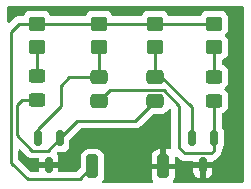
<source format=gbr>
%TF.GenerationSoftware,KiCad,Pcbnew,7.0.10*%
%TF.CreationDate,2024-01-10T15:24:57-03:00*%
%TF.ProjectId,osc,6f73632e-6b69-4636-9164-5f7063625858,rev?*%
%TF.SameCoordinates,Original*%
%TF.FileFunction,Copper,L1,Top*%
%TF.FilePolarity,Positive*%
%FSLAX46Y46*%
G04 Gerber Fmt 4.6, Leading zero omitted, Abs format (unit mm)*
G04 Created by KiCad (PCBNEW 7.0.10) date 2024-01-10 15:24:57*
%MOMM*%
%LPD*%
G01*
G04 APERTURE LIST*
G04 Aperture macros list*
%AMRoundRect*
0 Rectangle with rounded corners*
0 $1 Rounding radius*
0 $2 $3 $4 $5 $6 $7 $8 $9 X,Y pos of 4 corners*
0 Add a 4 corners polygon primitive as box body*
4,1,4,$2,$3,$4,$5,$6,$7,$8,$9,$2,$3,0*
0 Add four circle primitives for the rounded corners*
1,1,$1+$1,$2,$3*
1,1,$1+$1,$4,$5*
1,1,$1+$1,$6,$7*
1,1,$1+$1,$8,$9*
0 Add four rect primitives between the rounded corners*
20,1,$1+$1,$2,$3,$4,$5,0*
20,1,$1+$1,$4,$5,$6,$7,0*
20,1,$1+$1,$6,$7,$8,$9,0*
20,1,$1+$1,$8,$9,$2,$3,0*%
G04 Aperture macros list end*
%TA.AperFunction,SMDPad,CuDef*%
%ADD10RoundRect,0.250000X0.450000X-0.350000X0.450000X0.350000X-0.450000X0.350000X-0.450000X-0.350000X0*%
%TD*%
%TA.AperFunction,SMDPad,CuDef*%
%ADD11RoundRect,0.250000X0.475000X-0.337500X0.475000X0.337500X-0.475000X0.337500X-0.475000X-0.337500X0*%
%TD*%
%TA.AperFunction,SMDPad,CuDef*%
%ADD12RoundRect,0.150000X-0.150000X0.512500X-0.150000X-0.512500X0.150000X-0.512500X0.150000X0.512500X0*%
%TD*%
%TA.AperFunction,SMDPad,CuDef*%
%ADD13RoundRect,0.250000X-0.475000X0.337500X-0.475000X-0.337500X0.475000X-0.337500X0.475000X0.337500X0*%
%TD*%
%TA.AperFunction,SMDPad,CuDef*%
%ADD14RoundRect,0.250000X-0.250000X-0.750000X0.250000X-0.750000X0.250000X0.750000X-0.250000X0.750000X0*%
%TD*%
%TA.AperFunction,SMDPad,CuDef*%
%ADD15RoundRect,0.250000X0.450000X-0.325000X0.450000X0.325000X-0.450000X0.325000X-0.450000X-0.325000X0*%
%TD*%
%TA.AperFunction,Conductor*%
%ADD16C,0.250000*%
%TD*%
G04 APERTURE END LIST*
D10*
%TO.P,R4,1*%
%TO.N,Net-(D2-A)*%
X67500000Y-53500000D03*
%TO.P,R4,2*%
%TO.N,/+3.3*%
X67500000Y-51500000D03*
%TD*%
%TO.P,R2,1*%
%TO.N,Net-(Q2-B)*%
X57750000Y-53500000D03*
%TO.P,R2,2*%
%TO.N,/+3.3*%
X57750000Y-51500000D03*
%TD*%
D11*
%TO.P,C3,1*%
%TO.N,Net-(D1-K)*%
X62500000Y-58075000D03*
%TO.P,C3,2*%
%TO.N,Net-(Q1-B)*%
X62500000Y-56000000D03*
%TD*%
D10*
%TO.P,R3,1*%
%TO.N,Net-(Q1-B)*%
X62500000Y-53500000D03*
%TO.P,R3,2*%
%TO.N,/+3.3*%
X62500000Y-51500000D03*
%TD*%
D12*
%TO.P,Q2,1,C*%
%TO.N,Net-(D1-K)*%
X54450000Y-61225000D03*
%TO.P,Q2,2,B*%
%TO.N,Net-(Q2-B)*%
X52550000Y-61225000D03*
%TO.P,Q2,3,E*%
%TO.N,GND*%
X53500000Y-63500000D03*
%TD*%
%TO.P,Q1,1,C*%
%TO.N,Net-(D2-K)*%
X67500000Y-61225000D03*
%TO.P,Q1,2,B*%
%TO.N,Net-(Q1-B)*%
X65600000Y-61225000D03*
%TO.P,Q1,3,E*%
%TO.N,GND*%
X66550000Y-63500000D03*
%TD*%
D13*
%TO.P,C2,1*%
%TO.N,Net-(Q2-B)*%
X57750000Y-56000000D03*
%TO.P,C2,2*%
%TO.N,Net-(D2-K)*%
X57750000Y-58075000D03*
%TD*%
D14*
%TO.P,REF\u002A\u002A,1*%
%TO.N,GND*%
X63200000Y-63600000D03*
%TD*%
D10*
%TO.P,R1,1*%
%TO.N,Net-(D1-A)*%
X52500000Y-53500000D03*
%TO.P,R1,2*%
%TO.N,/+3.3*%
X52500000Y-51500000D03*
%TD*%
D15*
%TO.P,D2,1,K*%
%TO.N,Net-(D2-K)*%
X67500000Y-58050000D03*
%TO.P,D2,2,A*%
%TO.N,Net-(D2-A)*%
X67500000Y-56000000D03*
%TD*%
D14*
%TO.P,REF\u002A\u002A,1*%
%TO.N,/+3.3*%
X57200000Y-63600000D03*
%TD*%
D15*
%TO.P,D1,1,K*%
%TO.N,Net-(D1-K)*%
X52500000Y-58000000D03*
%TO.P,D1,2,A*%
%TO.N,Net-(D1-A)*%
X52500000Y-55950000D03*
%TD*%
D16*
%TO.N,Net-(Q2-B)*%
X57750000Y-53500000D02*
X57750000Y-56000000D01*
X54500000Y-56750000D02*
X55250000Y-56000000D01*
X52550000Y-60450000D02*
X54500000Y-58500000D01*
X55250000Y-56000000D02*
X57750000Y-56000000D01*
X52550000Y-61225000D02*
X52550000Y-60450000D01*
X54500000Y-58500000D02*
X54500000Y-56750000D01*
%TO.N,Net-(D2-K)*%
X63220100Y-57162500D02*
X64500000Y-58442400D01*
X58662500Y-57162500D02*
X63220100Y-57162500D01*
X67500000Y-62250000D02*
X67500000Y-61225000D01*
X65000000Y-62500000D02*
X67250000Y-62500000D01*
X67500000Y-58050000D02*
X67500000Y-61225000D01*
X64500000Y-58442400D02*
X64500000Y-62000000D01*
X67250000Y-62500000D02*
X67500000Y-62250000D01*
X57750000Y-58075000D02*
X58662500Y-57162500D01*
X64500000Y-62000000D02*
X65000000Y-62500000D01*
%TO.N,Net-(D1-K)*%
X51220000Y-58000000D02*
X52500000Y-58000000D01*
X60825000Y-59750000D02*
X62500000Y-58075000D01*
X53425000Y-62250000D02*
X54450000Y-61225000D01*
X55925000Y-59750000D02*
X60825000Y-59750000D01*
X54450000Y-61225000D02*
X55925000Y-59750000D01*
X50800000Y-60960000D02*
X50800000Y-58420000D01*
X50800000Y-58420000D02*
X51220000Y-58000000D01*
X52090000Y-62250000D02*
X53425000Y-62250000D01*
X52090000Y-62250000D02*
X50800000Y-60960000D01*
%TO.N,Net-(Q1-B)*%
X63000000Y-56000000D02*
X65600000Y-58600000D01*
X65600000Y-58600000D02*
X65600000Y-61225000D01*
X62500000Y-56000000D02*
X63000000Y-56000000D01*
X62500000Y-53500000D02*
X62500000Y-56000000D01*
%TO.N,Net-(D1-A)*%
X52500000Y-53500000D02*
X52500000Y-55950000D01*
%TO.N,Net-(D2-A)*%
X67500000Y-53500000D02*
X67500000Y-56000000D01*
%TO.N,/+3.3*%
X51700000Y-64700000D02*
X50300000Y-63300000D01*
X51000000Y-51500000D02*
X52500000Y-51500000D01*
X50300000Y-63300000D02*
X50300000Y-52200000D01*
X56100000Y-64700000D02*
X51700000Y-64700000D01*
X62500000Y-51500000D02*
X67500000Y-51500000D01*
X52500000Y-51500000D02*
X57750000Y-51500000D01*
X57200000Y-63600000D02*
X56100000Y-64700000D01*
X50300000Y-52200000D02*
X51000000Y-51500000D01*
X57750000Y-51500000D02*
X62500000Y-51500000D01*
%TD*%
%TA.AperFunction,Conductor*%
%TO.N,GND*%
G36*
X69942539Y-50020185D02*
G01*
X69988294Y-50072989D01*
X69999500Y-50124500D01*
X69999500Y-64875500D01*
X69979815Y-64942539D01*
X69927011Y-64988294D01*
X69875500Y-64999500D01*
X64152754Y-64999500D01*
X64085715Y-64979815D01*
X64039960Y-64927011D01*
X64030016Y-64857853D01*
X64047215Y-64810403D01*
X64134356Y-64669124D01*
X64134358Y-64669119D01*
X64189505Y-64502697D01*
X64189506Y-64502690D01*
X64199999Y-64399986D01*
X64200000Y-64399973D01*
X64200000Y-63850000D01*
X62200001Y-63850000D01*
X62200001Y-64399986D01*
X62210494Y-64502697D01*
X62265641Y-64669119D01*
X62265643Y-64669124D01*
X62352785Y-64810403D01*
X62371225Y-64877796D01*
X62350302Y-64944459D01*
X62296660Y-64989229D01*
X62247246Y-64999500D01*
X58153341Y-64999500D01*
X58086302Y-64979815D01*
X58040547Y-64927011D01*
X58030603Y-64857853D01*
X58047802Y-64810404D01*
X58134810Y-64669340D01*
X58134814Y-64669334D01*
X58189999Y-64502797D01*
X58200500Y-64400009D01*
X58200499Y-63750000D01*
X65750000Y-63750000D01*
X65750000Y-64078149D01*
X65752899Y-64114989D01*
X65752900Y-64114995D01*
X65798716Y-64272693D01*
X65798717Y-64272696D01*
X65882314Y-64414052D01*
X65882321Y-64414061D01*
X65998438Y-64530178D01*
X65998447Y-64530185D01*
X66139801Y-64613781D01*
X66297514Y-64659600D01*
X66297511Y-64659600D01*
X66299998Y-64659795D01*
X66300000Y-64659795D01*
X66300000Y-63750000D01*
X66800000Y-63750000D01*
X66800000Y-64659795D01*
X66800001Y-64659795D01*
X66802486Y-64659600D01*
X66960198Y-64613781D01*
X67101552Y-64530185D01*
X67101561Y-64530178D01*
X67217678Y-64414061D01*
X67217685Y-64414052D01*
X67301282Y-64272696D01*
X67301283Y-64272693D01*
X67347099Y-64114995D01*
X67347100Y-64114989D01*
X67349999Y-64078149D01*
X67350000Y-64078134D01*
X67350000Y-63750000D01*
X66800000Y-63750000D01*
X66300000Y-63750000D01*
X65750000Y-63750000D01*
X58200499Y-63750000D01*
X58200499Y-63350000D01*
X62200000Y-63350000D01*
X62950000Y-63350000D01*
X62950000Y-62100000D01*
X62949999Y-62099999D01*
X62900029Y-62100000D01*
X62900011Y-62100001D01*
X62797302Y-62110494D01*
X62630880Y-62165641D01*
X62630875Y-62165643D01*
X62481654Y-62257684D01*
X62357684Y-62381654D01*
X62265643Y-62530875D01*
X62265641Y-62530880D01*
X62210494Y-62697302D01*
X62210493Y-62697309D01*
X62200000Y-62800013D01*
X62200000Y-63350000D01*
X58200499Y-63350000D01*
X58200499Y-62799992D01*
X58197553Y-62771157D01*
X58189999Y-62697203D01*
X58189998Y-62697200D01*
X58173049Y-62646051D01*
X58134814Y-62530666D01*
X58042712Y-62381344D01*
X57918656Y-62257288D01*
X57825888Y-62200069D01*
X57769336Y-62165187D01*
X57769331Y-62165185D01*
X57767862Y-62164698D01*
X57602797Y-62110001D01*
X57602795Y-62110000D01*
X57500010Y-62099500D01*
X56899998Y-62099500D01*
X56899980Y-62099501D01*
X56797203Y-62110000D01*
X56797200Y-62110001D01*
X56630668Y-62165185D01*
X56630663Y-62165187D01*
X56481342Y-62257289D01*
X56357289Y-62381342D01*
X56265187Y-62530663D01*
X56265185Y-62530668D01*
X56265115Y-62530880D01*
X56210001Y-62697203D01*
X56210001Y-62697204D01*
X56210000Y-62697204D01*
X56199500Y-62799983D01*
X56199500Y-63664546D01*
X56179815Y-63731585D01*
X56163181Y-63752227D01*
X55877228Y-64038181D01*
X55815905Y-64071666D01*
X55789547Y-64074500D01*
X54424000Y-64074500D01*
X54356961Y-64054815D01*
X54311206Y-64002011D01*
X54300000Y-63950500D01*
X54300000Y-63750000D01*
X52700000Y-63750000D01*
X52700000Y-63950500D01*
X52680315Y-64017539D01*
X52627511Y-64063294D01*
X52576000Y-64074500D01*
X52010452Y-64074500D01*
X51943413Y-64054815D01*
X51922771Y-64038181D01*
X50961819Y-63077228D01*
X50928334Y-63015905D01*
X50925500Y-62989547D01*
X50925500Y-62269452D01*
X50945185Y-62202413D01*
X50997989Y-62156658D01*
X51067147Y-62146714D01*
X51130703Y-62175739D01*
X51137176Y-62181766D01*
X51381305Y-62425896D01*
X51589197Y-62633788D01*
X51599022Y-62646051D01*
X51599243Y-62645869D01*
X51604211Y-62651874D01*
X51604213Y-62651876D01*
X51604214Y-62651877D01*
X51625043Y-62671437D01*
X51653222Y-62697899D01*
X51656021Y-62700612D01*
X51675522Y-62720114D01*
X51675526Y-62720117D01*
X51675529Y-62720120D01*
X51678702Y-62722581D01*
X51687574Y-62730159D01*
X51719418Y-62760062D01*
X51736976Y-62769714D01*
X51753235Y-62780395D01*
X51769064Y-62792673D01*
X51809155Y-62810021D01*
X51819626Y-62815151D01*
X51842180Y-62827550D01*
X51857902Y-62836194D01*
X51857904Y-62836195D01*
X51857908Y-62836197D01*
X51877316Y-62841180D01*
X51895719Y-62847481D01*
X51914101Y-62855436D01*
X51914102Y-62855436D01*
X51914104Y-62855437D01*
X51957250Y-62862270D01*
X51968672Y-62864636D01*
X52010981Y-62875500D01*
X52031016Y-62875500D01*
X52050415Y-62877027D01*
X52070196Y-62880160D01*
X52110939Y-62876308D01*
X52113672Y-62876050D01*
X52125342Y-62875500D01*
X52576000Y-62875500D01*
X52643039Y-62895185D01*
X52688794Y-62947989D01*
X52700000Y-62999500D01*
X52700000Y-63250000D01*
X54300000Y-63250000D01*
X54300000Y-62921865D01*
X54299999Y-62921850D01*
X54297100Y-62885010D01*
X54297099Y-62885004D01*
X54251283Y-62727306D01*
X54251282Y-62727303D01*
X54163712Y-62579229D01*
X54165433Y-62578211D01*
X54143743Y-62522955D01*
X54157428Y-62454438D01*
X54205983Y-62404197D01*
X54267258Y-62388000D01*
X54665686Y-62388000D01*
X54665694Y-62388000D01*
X54702569Y-62385098D01*
X54702571Y-62385097D01*
X54702573Y-62385097D01*
X54749969Y-62371327D01*
X54860398Y-62339244D01*
X55001865Y-62255581D01*
X55118081Y-62139365D01*
X55201744Y-61997898D01*
X55237595Y-61874500D01*
X55247597Y-61840073D01*
X55247598Y-61840067D01*
X55250499Y-61803201D01*
X55250500Y-61803194D01*
X55250500Y-61360452D01*
X55270185Y-61293413D01*
X55286819Y-61272771D01*
X56147772Y-60411819D01*
X56209095Y-60378334D01*
X56235453Y-60375500D01*
X60742257Y-60375500D01*
X60757877Y-60377224D01*
X60757904Y-60376939D01*
X60765660Y-60377671D01*
X60765667Y-60377673D01*
X60832873Y-60375561D01*
X60836768Y-60375500D01*
X60864346Y-60375500D01*
X60864350Y-60375500D01*
X60868324Y-60374997D01*
X60879963Y-60374080D01*
X60923627Y-60372709D01*
X60942869Y-60367117D01*
X60961912Y-60363174D01*
X60981792Y-60360664D01*
X61022401Y-60344585D01*
X61033444Y-60340803D01*
X61075390Y-60328618D01*
X61092629Y-60318422D01*
X61110103Y-60309862D01*
X61128727Y-60302488D01*
X61128727Y-60302487D01*
X61128732Y-60302486D01*
X61164083Y-60276800D01*
X61173814Y-60270408D01*
X61211420Y-60248170D01*
X61225589Y-60233999D01*
X61240379Y-60221368D01*
X61256587Y-60209594D01*
X61284438Y-60175926D01*
X61292279Y-60167309D01*
X62260271Y-59199318D01*
X62321594Y-59165833D01*
X62347952Y-59162999D01*
X63025002Y-59162999D01*
X63025008Y-59162999D01*
X63127797Y-59152499D01*
X63294334Y-59097314D01*
X63443656Y-59005212D01*
X63567712Y-58881156D01*
X63644961Y-58755913D01*
X63696909Y-58709189D01*
X63765871Y-58697966D01*
X63829953Y-58725809D01*
X63868810Y-58783878D01*
X63874500Y-58821010D01*
X63874500Y-61917255D01*
X63872775Y-61932872D01*
X63873061Y-61932899D01*
X63872326Y-61940665D01*
X63874439Y-62007872D01*
X63874500Y-62011767D01*
X63874500Y-62028841D01*
X63854815Y-62095880D01*
X63802011Y-62141635D01*
X63732853Y-62151579D01*
X63711496Y-62146547D01*
X63602697Y-62110494D01*
X63602690Y-62110493D01*
X63499986Y-62100000D01*
X63450000Y-62100000D01*
X63450000Y-63350000D01*
X64199999Y-63350000D01*
X64199999Y-62883951D01*
X64219684Y-62816912D01*
X64272488Y-62771157D01*
X64341646Y-62761213D01*
X64405202Y-62790238D01*
X64411680Y-62796270D01*
X64499194Y-62883784D01*
X64509019Y-62896048D01*
X64509240Y-62895866D01*
X64514210Y-62901874D01*
X64563239Y-62947915D01*
X64566036Y-62950626D01*
X64585529Y-62970119D01*
X64588696Y-62972576D01*
X64597575Y-62980160D01*
X64629415Y-63010060D01*
X64629417Y-63010061D01*
X64629418Y-63010062D01*
X64646976Y-63019714D01*
X64663235Y-63030395D01*
X64679064Y-63042673D01*
X64719147Y-63060018D01*
X64729634Y-63065156D01*
X64767904Y-63086195D01*
X64767908Y-63086197D01*
X64767912Y-63086198D01*
X64787311Y-63091179D01*
X64805722Y-63097483D01*
X64824097Y-63105435D01*
X64824100Y-63105435D01*
X64824105Y-63105438D01*
X64867254Y-63112271D01*
X64878680Y-63114638D01*
X64920981Y-63125500D01*
X64941016Y-63125500D01*
X64960413Y-63127026D01*
X64980196Y-63130160D01*
X65023675Y-63126050D01*
X65035344Y-63125500D01*
X65626000Y-63125500D01*
X65693039Y-63145185D01*
X65738794Y-63197989D01*
X65750000Y-63249500D01*
X65750000Y-63250000D01*
X67350000Y-63250000D01*
X67350000Y-63217419D01*
X67369685Y-63150380D01*
X67422489Y-63104625D01*
X67428328Y-63102136D01*
X67447407Y-63094582D01*
X67458444Y-63090803D01*
X67500390Y-63078618D01*
X67517629Y-63068422D01*
X67535103Y-63059862D01*
X67553727Y-63052488D01*
X67553727Y-63052487D01*
X67553732Y-63052486D01*
X67589083Y-63026800D01*
X67598814Y-63020408D01*
X67636420Y-62998170D01*
X67650589Y-62983999D01*
X67665379Y-62971368D01*
X67681587Y-62959594D01*
X67709437Y-62925927D01*
X67717268Y-62917320D01*
X67883793Y-62750796D01*
X67896049Y-62740979D01*
X67895867Y-62740758D01*
X67901874Y-62735788D01*
X67901874Y-62735787D01*
X67901877Y-62735786D01*
X67947935Y-62686738D01*
X67950583Y-62684006D01*
X67970120Y-62664471D01*
X67972576Y-62661303D01*
X67980156Y-62652427D01*
X68010062Y-62620582D01*
X68019713Y-62603024D01*
X68030396Y-62586761D01*
X68042673Y-62570936D01*
X68060021Y-62530844D01*
X68065151Y-62520371D01*
X68086197Y-62482092D01*
X68091180Y-62462680D01*
X68097481Y-62444280D01*
X68105437Y-62425896D01*
X68112270Y-62382748D01*
X68114633Y-62371338D01*
X68125500Y-62329019D01*
X68125500Y-62308983D01*
X68127027Y-62289582D01*
X68129174Y-62276032D01*
X68130160Y-62269804D01*
X68127661Y-62243368D01*
X68140947Y-62174774D01*
X68163431Y-62144014D01*
X68168081Y-62139365D01*
X68251744Y-61997898D01*
X68287595Y-61874500D01*
X68297597Y-61840073D01*
X68297598Y-61840067D01*
X68300499Y-61803201D01*
X68300500Y-61803194D01*
X68300500Y-60646806D01*
X68297598Y-60609931D01*
X68251744Y-60452102D01*
X68168081Y-60310635D01*
X68168079Y-60310633D01*
X68168076Y-60310629D01*
X68161819Y-60304372D01*
X68128334Y-60243049D01*
X68125500Y-60216691D01*
X68125500Y-59197016D01*
X68145185Y-59129977D01*
X68197989Y-59084222D01*
X68210488Y-59079313D01*
X68269334Y-59059814D01*
X68418656Y-58967712D01*
X68542712Y-58843656D01*
X68634814Y-58694334D01*
X68689999Y-58527797D01*
X68700500Y-58425009D01*
X68700499Y-57674992D01*
X68695391Y-57624992D01*
X68689999Y-57572203D01*
X68689998Y-57572200D01*
X68634814Y-57405666D01*
X68542712Y-57256344D01*
X68418656Y-57132288D01*
X68415819Y-57130538D01*
X68414283Y-57128830D01*
X68412989Y-57127807D01*
X68413163Y-57127585D01*
X68369096Y-57078594D01*
X68357872Y-57009632D01*
X68385713Y-56945549D01*
X68415817Y-56919462D01*
X68418656Y-56917712D01*
X68542712Y-56793656D01*
X68634814Y-56644334D01*
X68689999Y-56477797D01*
X68700500Y-56375009D01*
X68700499Y-55624992D01*
X68696178Y-55582696D01*
X68689999Y-55522203D01*
X68689998Y-55522200D01*
X68634814Y-55355666D01*
X68542712Y-55206344D01*
X68418656Y-55082288D01*
X68269334Y-54990186D01*
X68210493Y-54970688D01*
X68153051Y-54930916D01*
X68126228Y-54866400D01*
X68125500Y-54852983D01*
X68125500Y-54672016D01*
X68145185Y-54604977D01*
X68197989Y-54559222D01*
X68210488Y-54554313D01*
X68269334Y-54534814D01*
X68418656Y-54442712D01*
X68542712Y-54318656D01*
X68634814Y-54169334D01*
X68689999Y-54002797D01*
X68700500Y-53900009D01*
X68700499Y-53099992D01*
X68689999Y-52997203D01*
X68634814Y-52830666D01*
X68542712Y-52681344D01*
X68449049Y-52587681D01*
X68415564Y-52526358D01*
X68420548Y-52456666D01*
X68449049Y-52412319D01*
X68542712Y-52318656D01*
X68634814Y-52169334D01*
X68689999Y-52002797D01*
X68700500Y-51900009D01*
X68700499Y-51099992D01*
X68698309Y-51078557D01*
X68689999Y-50997203D01*
X68689998Y-50997200D01*
X68683179Y-50976621D01*
X68634814Y-50830666D01*
X68542712Y-50681344D01*
X68418656Y-50557288D01*
X68269334Y-50465186D01*
X68102797Y-50410001D01*
X68102795Y-50410000D01*
X68000010Y-50399500D01*
X66999998Y-50399500D01*
X66999980Y-50399501D01*
X66897203Y-50410000D01*
X66897200Y-50410001D01*
X66730668Y-50465185D01*
X66730663Y-50465187D01*
X66581342Y-50557289D01*
X66457289Y-50681342D01*
X66374481Y-50815597D01*
X66322533Y-50862321D01*
X66268942Y-50874500D01*
X63731058Y-50874500D01*
X63664019Y-50854815D01*
X63625519Y-50815597D01*
X63542712Y-50681344D01*
X63418656Y-50557288D01*
X63269334Y-50465186D01*
X63102797Y-50410001D01*
X63102795Y-50410000D01*
X63000010Y-50399500D01*
X61999998Y-50399500D01*
X61999980Y-50399501D01*
X61897203Y-50410000D01*
X61897200Y-50410001D01*
X61730668Y-50465185D01*
X61730663Y-50465187D01*
X61581342Y-50557289D01*
X61457289Y-50681342D01*
X61374481Y-50815597D01*
X61322533Y-50862321D01*
X61268942Y-50874500D01*
X58981058Y-50874500D01*
X58914019Y-50854815D01*
X58875519Y-50815597D01*
X58792712Y-50681344D01*
X58668656Y-50557288D01*
X58519334Y-50465186D01*
X58352797Y-50410001D01*
X58352795Y-50410000D01*
X58250010Y-50399500D01*
X57249998Y-50399500D01*
X57249980Y-50399501D01*
X57147203Y-50410000D01*
X57147200Y-50410001D01*
X56980668Y-50465185D01*
X56980663Y-50465187D01*
X56831342Y-50557289D01*
X56707289Y-50681342D01*
X56624481Y-50815597D01*
X56572533Y-50862321D01*
X56518942Y-50874500D01*
X53731058Y-50874500D01*
X53664019Y-50854815D01*
X53625519Y-50815597D01*
X53542712Y-50681344D01*
X53418656Y-50557288D01*
X53269334Y-50465186D01*
X53102797Y-50410001D01*
X53102795Y-50410000D01*
X53000010Y-50399500D01*
X51999998Y-50399500D01*
X51999980Y-50399501D01*
X51897203Y-50410000D01*
X51897200Y-50410001D01*
X51730668Y-50465185D01*
X51730663Y-50465187D01*
X51581342Y-50557289D01*
X51457289Y-50681342D01*
X51374481Y-50815597D01*
X51322533Y-50862321D01*
X51268942Y-50874500D01*
X51082737Y-50874500D01*
X51067120Y-50872776D01*
X51067093Y-50873062D01*
X51059331Y-50872327D01*
X50992144Y-50874439D01*
X50988250Y-50874500D01*
X50960650Y-50874500D01*
X50956962Y-50874965D01*
X50956649Y-50875005D01*
X50945031Y-50875918D01*
X50901372Y-50877290D01*
X50901369Y-50877291D01*
X50882126Y-50882881D01*
X50863083Y-50886825D01*
X50843204Y-50889336D01*
X50843203Y-50889337D01*
X50802593Y-50905415D01*
X50791548Y-50909197D01*
X50749608Y-50921383D01*
X50749604Y-50921385D01*
X50732365Y-50931580D01*
X50714898Y-50940137D01*
X50696269Y-50947512D01*
X50696267Y-50947514D01*
X50660926Y-50973189D01*
X50651168Y-50979599D01*
X50613580Y-51001828D01*
X50599408Y-51016000D01*
X50584623Y-51028628D01*
X50568412Y-51040407D01*
X50540571Y-51074059D01*
X50532711Y-51082696D01*
X50212181Y-51403227D01*
X50150858Y-51436712D01*
X50081167Y-51431728D01*
X50025233Y-51389857D01*
X50000816Y-51324392D01*
X50000500Y-51315546D01*
X50000500Y-50124500D01*
X50020185Y-50057461D01*
X50072989Y-50011706D01*
X50124500Y-50000500D01*
X69875500Y-50000500D01*
X69942539Y-50020185D01*
G37*
%TD.AperFunction*%
%TD*%
M02*

</source>
